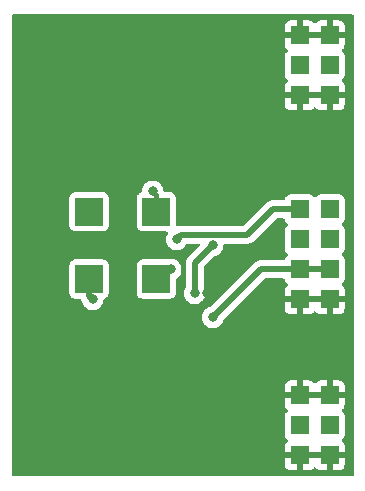
<source format=gbr>
G04 #@! TF.GenerationSoftware,KiCad,Pcbnew,(5.99.0-6591-gee6c8b60ac)*
G04 #@! TF.CreationDate,2021-02-11T11:37:18+01:00*
G04 #@! TF.ProjectId,AIRDOSC01A_PCB01B,41495244-4f53-4433-9031-415f50434230,rev?*
G04 #@! TF.SameCoordinates,Original*
G04 #@! TF.FileFunction,Copper,L1,Top*
G04 #@! TF.FilePolarity,Positive*
%FSLAX46Y46*%
G04 Gerber Fmt 4.6, Leading zero omitted, Abs format (unit mm)*
G04 Created by KiCad (PCBNEW (5.99.0-6591-gee6c8b60ac)) date 2021-02-11 11:37:18*
%MOMM*%
%LPD*%
G01*
G04 APERTURE LIST*
G04 Aperture macros list*
%AMOutline4P*
0 Free polygon, 4 corners , with rotation*
0 The origin of the aperture is its center*
0 number of corners: always 4*
0 $1 to $8 corner X, Y*
0 $9 Rotation angle, in degrees counterclockwise*
0 create outline with 4 corners*
4,1,4,$1,$2,$3,$4,$5,$6,$7,$8,$1,$2,$9*%
G04 Aperture macros list end*
G04 #@! TA.AperFunction,SMDPad,CuDef*
%ADD10Outline4P,-1.150000X-1.150000X1.150000X-1.150000X1.150000X1.150000X-1.150000X1.150000X270.000000*%
G04 #@! TD*
G04 #@! TA.AperFunction,ComponentPad*
%ADD11R,1.524000X1.524000*%
G04 #@! TD*
G04 #@! TA.AperFunction,ComponentPad*
%ADD12C,6.000000*%
G04 #@! TD*
G04 #@! TA.AperFunction,ViaPad*
%ADD13C,0.800000*%
G04 #@! TD*
G04 #@! TA.AperFunction,Conductor*
%ADD14C,0.500000*%
G04 #@! TD*
G04 #@! TA.AperFunction,Conductor*
%ADD15C,0.400000*%
G04 #@! TD*
G04 APERTURE END LIST*
D10*
X7437000Y23170000D03*
D10*
X13137000Y23170000D03*
D10*
X13137000Y17470000D03*
D10*
X7437000Y17470000D03*
D11*
X27813000Y20828000D03*
X25273000Y20828000D03*
X27813000Y18288000D03*
X25273000Y18288000D03*
X27813000Y2540000D03*
X25273000Y2540000D03*
X27813000Y15748000D03*
X25273000Y15748000D03*
X27813000Y33020000D03*
X25273000Y33020000D03*
X27813000Y35560000D03*
X25273000Y35560000D03*
X27813000Y38100000D03*
X25273000Y38100000D03*
X25273000Y5080000D03*
X27813000Y5080000D03*
X25273000Y7620000D03*
X27813000Y7620000D03*
X27813000Y23368000D03*
X25273000Y23368000D03*
D12*
X5207000Y5080000D03*
X5207000Y35560000D03*
X15367000Y5080000D03*
X15367000Y35560000D03*
D13*
X14351000Y18288000D03*
X12827000Y11684000D03*
X9271000Y33020000D03*
X10287000Y10160000D03*
X10795000Y33020000D03*
X8763000Y13208000D03*
X20955000Y38100000D03*
X28067000Y25908000D03*
X22987000Y16256000D03*
X18415000Y23368000D03*
X7239000Y30988000D03*
X10287000Y13208000D03*
X26035000Y13208000D03*
X27559000Y13208000D03*
X16383000Y23368000D03*
X17399000Y16284502D03*
X26035000Y25908000D03*
X22987000Y13208000D03*
X7239000Y29464000D03*
X22987000Y14732000D03*
X20447000Y19812000D03*
X28067000Y27432000D03*
X24511000Y13208000D03*
X7239000Y10160000D03*
X5715000Y10160000D03*
X8763000Y10160000D03*
X22987000Y38100000D03*
X26035000Y27432000D03*
X11811000Y10160000D03*
X13335000Y10160000D03*
X7239000Y27432000D03*
X11303000Y28956000D03*
X14859000Y25400000D03*
X28067000Y29464000D03*
X28067000Y30988000D03*
X26035000Y30988000D03*
X19431000Y36068000D03*
X7239000Y25908000D03*
X19431000Y34544000D03*
X19431000Y32512000D03*
X15494000Y22860000D03*
X26035000Y29464000D03*
X19939000Y23368000D03*
X8509000Y25781000D03*
X19431000Y38100000D03*
X12827000Y24892000D03*
X14859000Y20828000D03*
X7747000Y15748000D03*
X17907000Y14224000D03*
X17907000Y20320000D03*
X16383000Y16256000D03*
D14*
X13533000Y17470000D02*
X14351000Y18288000D01*
X7239000Y27432000D02*
X7239000Y25908000D01*
X19939000Y23368000D02*
X18415000Y23368000D01*
X10287000Y10160000D02*
X8763000Y10160000D01*
X19431000Y36068000D02*
X19431000Y38100000D01*
X7239000Y29464000D02*
X7239000Y30988000D01*
X19431000Y32512000D02*
X19431000Y34544000D01*
X7239000Y10160000D02*
X5715000Y10160000D01*
X22987000Y13208000D02*
X22987000Y14732000D01*
X13335000Y10160000D02*
X11811000Y10160000D01*
X27559000Y13208000D02*
X26035000Y13208000D01*
D15*
X13137000Y24582000D02*
X12827000Y24892000D01*
X13137000Y23320000D02*
X13137000Y24582000D01*
D14*
X22987000Y23368000D02*
X25273000Y23368000D01*
X14859000Y20828000D02*
X15258999Y21227999D01*
X20846999Y21227999D02*
X22987000Y23368000D01*
X15258999Y21227999D02*
X20846999Y21227999D01*
X7437000Y16058000D02*
X7747000Y15748000D01*
X7437000Y17320000D02*
X7437000Y16058000D01*
X17907000Y14224000D02*
X21971000Y18288000D01*
X25273000Y18288000D02*
X27813000Y18288000D01*
X21971000Y18288000D02*
X25273000Y18288000D01*
X13287000Y17470000D02*
X13533000Y17470000D01*
X16383000Y16256000D02*
X16383000Y18796000D01*
X16383000Y18796000D02*
X17907000Y20320000D01*
G04 #@! TA.AperFunction,Conductor*
G36*
X29787122Y39857998D02*
G01*
X29833615Y39804342D01*
X29845001Y39752000D01*
X29845000Y888000D01*
X29824998Y819879D01*
X29771342Y773386D01*
X29719000Y762000D01*
X1015000Y762000D01*
X946879Y782002D01*
X900386Y835658D01*
X889000Y888000D01*
X889000Y2272452D01*
X23998000Y2272452D01*
X23998000Y1784757D01*
X23999437Y1771395D01*
X24041962Y1575911D01*
X24050455Y1555406D01*
X24118426Y1449640D01*
X24130112Y1436153D01*
X24226840Y1352338D01*
X24241848Y1342693D01*
X24358275Y1289523D01*
X24375388Y1284498D01*
X24506554Y1265639D01*
X24515495Y1265000D01*
X25000885Y1265000D01*
X25016124Y1269475D01*
X25017329Y1270865D01*
X25019000Y1278548D01*
X25019000Y2267885D01*
X25017659Y2272452D01*
X25527000Y2272452D01*
X25527000Y1283115D01*
X25531475Y1267876D01*
X25532865Y1266671D01*
X25540548Y1265000D01*
X26028243Y1265000D01*
X26041605Y1266437D01*
X26237089Y1308962D01*
X26257594Y1317455D01*
X26363360Y1385426D01*
X26376847Y1397112D01*
X26447677Y1478855D01*
X26507403Y1517239D01*
X26578400Y1517239D01*
X26648900Y1464463D01*
X26658426Y1449640D01*
X26670112Y1436153D01*
X26766840Y1352338D01*
X26781848Y1342693D01*
X26898275Y1289523D01*
X26915388Y1284498D01*
X27046554Y1265639D01*
X27055495Y1265000D01*
X27540885Y1265000D01*
X27556124Y1269475D01*
X27557329Y1270865D01*
X27559000Y1278548D01*
X27559000Y2267885D01*
X27557659Y2272452D01*
X28067000Y2272452D01*
X28067000Y1283115D01*
X28071475Y1267876D01*
X28072865Y1266671D01*
X28080548Y1265000D01*
X28568243Y1265000D01*
X28581605Y1266437D01*
X28777089Y1308962D01*
X28797594Y1317455D01*
X28903360Y1385426D01*
X28916847Y1397112D01*
X29000662Y1493840D01*
X29010307Y1508848D01*
X29063477Y1625275D01*
X29068502Y1642388D01*
X29087361Y1773554D01*
X29088000Y1782495D01*
X29088000Y2267885D01*
X29083525Y2283124D01*
X29082135Y2284329D01*
X29074452Y2286000D01*
X28085115Y2286000D01*
X28069876Y2281525D01*
X28068671Y2280135D01*
X28067000Y2272452D01*
X27557659Y2272452D01*
X27554525Y2283124D01*
X27553135Y2284329D01*
X27545452Y2286000D01*
X25545115Y2286000D01*
X25529876Y2281525D01*
X25528671Y2280135D01*
X25527000Y2272452D01*
X25017659Y2272452D01*
X25014525Y2283124D01*
X25013135Y2284329D01*
X25005452Y2286000D01*
X24016115Y2286000D01*
X24000876Y2281525D01*
X23999671Y2280135D01*
X23998000Y2272452D01*
X889000Y2272452D01*
X889000Y7352453D01*
X23998000Y7352453D01*
X23998000Y6864757D01*
X23999437Y6851395D01*
X24041962Y6655911D01*
X24050455Y6635406D01*
X24118426Y6529640D01*
X24130112Y6516153D01*
X24211855Y6445323D01*
X24250239Y6385597D01*
X24250239Y6314600D01*
X24197463Y6244100D01*
X24175056Y6229700D01*
X24169155Y6222889D01*
X24169153Y6222888D01*
X24085338Y6126160D01*
X24085336Y6126157D01*
X24079437Y6119349D01*
X24075695Y6111155D01*
X24075693Y6111152D01*
X24071861Y6102761D01*
X24018780Y5986529D01*
X24017498Y5977612D01*
X23998950Y5848605D01*
X23998000Y5842000D01*
X23998000Y4318000D01*
X24044359Y4104892D01*
X24123300Y3982056D01*
X24130111Y3976155D01*
X24130112Y3976153D01*
X24211855Y3905323D01*
X24250239Y3845597D01*
X24250239Y3774600D01*
X24197463Y3704100D01*
X24182640Y3694574D01*
X24169153Y3682888D01*
X24085338Y3586160D01*
X24075693Y3571152D01*
X24022523Y3454725D01*
X24017498Y3437612D01*
X23998639Y3306446D01*
X23998000Y3297505D01*
X23998000Y2812115D01*
X24002475Y2796876D01*
X24003865Y2795671D01*
X24011548Y2794000D01*
X29069885Y2794000D01*
X29085124Y2798475D01*
X29086329Y2799865D01*
X29088000Y2807548D01*
X29088000Y3295243D01*
X29086563Y3308605D01*
X29044038Y3504089D01*
X29035545Y3524594D01*
X28967574Y3630360D01*
X28955888Y3643847D01*
X28874145Y3714677D01*
X28835761Y3774403D01*
X28835761Y3845400D01*
X28888537Y3915900D01*
X28903360Y3925426D01*
X28903361Y3925426D01*
X28910944Y3930300D01*
X28955791Y3982056D01*
X29000662Y4033840D01*
X29000664Y4033843D01*
X29006563Y4040651D01*
X29010305Y4048845D01*
X29010307Y4048848D01*
X29063477Y4165275D01*
X29067220Y4173471D01*
X29084021Y4290323D01*
X29087361Y4313554D01*
X29087361Y4313557D01*
X29088000Y4318000D01*
X29088000Y5842000D01*
X29041641Y6055108D01*
X28962700Y6177944D01*
X28910832Y6222888D01*
X28874145Y6254677D01*
X28835761Y6314403D01*
X28835761Y6385400D01*
X28888537Y6455900D01*
X28903360Y6465426D01*
X28916847Y6477112D01*
X29000662Y6573840D01*
X29010307Y6588848D01*
X29063477Y6705275D01*
X29068502Y6722388D01*
X29087361Y6853554D01*
X29088000Y6862495D01*
X29088000Y7347885D01*
X29083525Y7363124D01*
X29082135Y7364329D01*
X29074452Y7366000D01*
X28067002Y7366001D01*
X28066996Y7366000D01*
X26583003Y7366001D01*
X26582997Y7366000D01*
X25527002Y7366001D01*
X25526996Y7366000D01*
X24016115Y7366001D01*
X24000876Y7361526D01*
X23999671Y7360136D01*
X23998000Y7352453D01*
X889000Y7352453D01*
X889000Y8377505D01*
X23998000Y8377505D01*
X23998000Y7892115D01*
X24002475Y7876876D01*
X24003865Y7875671D01*
X24011548Y7874000D01*
X25000885Y7873999D01*
X25016124Y7878474D01*
X25017329Y7879864D01*
X25019000Y7887547D01*
X25019000Y7892115D01*
X25526999Y7892115D01*
X25531474Y7876876D01*
X25532864Y7875671D01*
X25540547Y7874000D01*
X26502997Y7873999D01*
X26503003Y7874000D01*
X27540885Y7873999D01*
X27556124Y7878474D01*
X27557329Y7879864D01*
X27559000Y7887547D01*
X27559000Y7892115D01*
X28066999Y7892115D01*
X28071474Y7876876D01*
X28072864Y7875671D01*
X28080547Y7874000D01*
X29069885Y7873999D01*
X29085124Y7878474D01*
X29086329Y7879864D01*
X29088000Y7887547D01*
X29088000Y8375243D01*
X29086563Y8388605D01*
X29044038Y8584089D01*
X29035545Y8604594D01*
X28967574Y8710360D01*
X28955888Y8723847D01*
X28859160Y8807662D01*
X28844152Y8817307D01*
X28727725Y8870477D01*
X28710612Y8875502D01*
X28579446Y8894361D01*
X28570505Y8895000D01*
X28085115Y8895000D01*
X28069876Y8890525D01*
X28068671Y8889135D01*
X28067000Y8881452D01*
X28066999Y7892115D01*
X27559000Y7892115D01*
X27559001Y8876885D01*
X27554526Y8892124D01*
X27553136Y8893329D01*
X27545453Y8895000D01*
X27057757Y8895000D01*
X27044395Y8893563D01*
X26848911Y8851038D01*
X26828406Y8842545D01*
X26722640Y8774574D01*
X26709153Y8762888D01*
X26638323Y8681145D01*
X26578597Y8642761D01*
X26507600Y8642761D01*
X26437100Y8695537D01*
X26427574Y8710360D01*
X26415888Y8723847D01*
X26319160Y8807662D01*
X26304152Y8817307D01*
X26187725Y8870477D01*
X26170612Y8875502D01*
X26039446Y8894361D01*
X26030505Y8895000D01*
X25545115Y8895000D01*
X25529876Y8890525D01*
X25528671Y8889135D01*
X25527000Y8881452D01*
X25526999Y7892115D01*
X25019000Y7892115D01*
X25019001Y8876885D01*
X25014526Y8892124D01*
X25013136Y8893329D01*
X25005453Y8895000D01*
X24517757Y8895000D01*
X24504395Y8893563D01*
X24308911Y8851038D01*
X24288406Y8842545D01*
X24182640Y8774574D01*
X24169153Y8762888D01*
X24085338Y8666160D01*
X24075693Y8651152D01*
X24022523Y8534725D01*
X24017498Y8517612D01*
X23998639Y8386446D01*
X23998000Y8377505D01*
X889000Y8377505D01*
X889000Y18620000D01*
X5774000Y18620000D01*
X5774000Y16320000D01*
X5820359Y16106892D01*
X5826455Y16097407D01*
X5826455Y16097406D01*
X5883999Y16007865D01*
X5899300Y15984056D01*
X5906111Y15978155D01*
X5906112Y15978153D01*
X6002840Y15894338D01*
X6002843Y15894336D01*
X6009651Y15888437D01*
X6017845Y15884695D01*
X6017848Y15884693D01*
X6106722Y15844106D01*
X6142471Y15827780D01*
X6151388Y15826498D01*
X6282554Y15807639D01*
X6282557Y15807639D01*
X6287000Y15807000D01*
X6632242Y15807000D01*
X6700363Y15786998D01*
X6741559Y15739497D01*
X6742762Y15740228D01*
X6743248Y15739428D01*
X6745259Y15735231D01*
X6746809Y15733444D01*
X6749097Y15728446D01*
X6751817Y15723015D01*
X6754314Y15716136D01*
X6758326Y15710017D01*
X6794322Y15655114D01*
X6796663Y15651405D01*
X6834535Y15588994D01*
X6837984Y15585089D01*
X6856235Y15549540D01*
X6912476Y15376446D01*
X6915779Y15370724D01*
X6915780Y15370723D01*
X6929186Y15347504D01*
X7007963Y15211058D01*
X7012381Y15206151D01*
X7012382Y15206150D01*
X7114452Y15092790D01*
X7135749Y15069137D01*
X7141091Y15065256D01*
X7141093Y15065254D01*
X7243991Y14990495D01*
X7290250Y14956886D01*
X7296278Y14954202D01*
X7296280Y14954201D01*
X7458682Y14881895D01*
X7464713Y14879210D01*
X7558113Y14859357D01*
X7645056Y14840876D01*
X7645061Y14840876D01*
X7651513Y14839504D01*
X7842487Y14839504D01*
X7848939Y14840876D01*
X7848944Y14840876D01*
X7935887Y14859357D01*
X8029287Y14879210D01*
X8035318Y14881895D01*
X8197720Y14954201D01*
X8197722Y14954202D01*
X8203750Y14956886D01*
X8250009Y14990495D01*
X8352907Y15065254D01*
X8352909Y15065256D01*
X8358251Y15069137D01*
X8379548Y15092790D01*
X8481618Y15206150D01*
X8481619Y15206151D01*
X8486037Y15211058D01*
X8564814Y15347504D01*
X8578220Y15370723D01*
X8578221Y15370724D01*
X8581524Y15376446D01*
X8613834Y15475885D01*
X8638498Y15551794D01*
X8638498Y15551795D01*
X8640538Y15558073D01*
X8643399Y15585289D01*
X8659045Y15734156D01*
X8686058Y15799812D01*
X8757572Y15844106D01*
X8800108Y15853359D01*
X8863874Y15894338D01*
X8915360Y15927426D01*
X8915361Y15927426D01*
X8922944Y15932300D01*
X8967791Y15984056D01*
X9012662Y16035840D01*
X9012664Y16035843D01*
X9018563Y16042651D01*
X9022305Y16050845D01*
X9022307Y16050848D01*
X9075477Y16167275D01*
X9079220Y16175471D01*
X9091742Y16262565D01*
X9099361Y16315554D01*
X9099361Y16315557D01*
X9100000Y16320000D01*
X9100000Y18620000D01*
X11474000Y18620000D01*
X11474000Y16320000D01*
X11520359Y16106892D01*
X11526455Y16097407D01*
X11526455Y16097406D01*
X11583999Y16007865D01*
X11599300Y15984056D01*
X11606111Y15978155D01*
X11606112Y15978153D01*
X11702840Y15894338D01*
X11702843Y15894336D01*
X11709651Y15888437D01*
X11717845Y15884695D01*
X11717848Y15884693D01*
X11806722Y15844106D01*
X11842471Y15827780D01*
X11851388Y15826498D01*
X11982554Y15807639D01*
X11982557Y15807639D01*
X11987000Y15807000D01*
X14287000Y15807000D01*
X14500108Y15853359D01*
X14563874Y15894338D01*
X14615360Y15927426D01*
X14615361Y15927426D01*
X14622944Y15932300D01*
X14667791Y15984056D01*
X14712662Y16035840D01*
X14712664Y16035843D01*
X14718563Y16042651D01*
X14722305Y16050845D01*
X14722307Y16050848D01*
X14775477Y16167275D01*
X14779220Y16175471D01*
X14791742Y16262565D01*
X14799361Y16315554D01*
X14799361Y16315557D01*
X14800000Y16320000D01*
X14800000Y17427055D01*
X14820002Y17495176D01*
X14851939Y17528991D01*
X14956907Y17605254D01*
X14956909Y17605256D01*
X14962251Y17609137D01*
X15090037Y17751058D01*
X15185524Y17916446D01*
X15244538Y18098073D01*
X15264500Y18288000D01*
X15244538Y18477927D01*
X15185524Y18659554D01*
X15090037Y18824942D01*
X15061575Y18856553D01*
X14966673Y18961952D01*
X14966672Y18961953D01*
X14962251Y18966863D01*
X14956909Y18970744D01*
X14956907Y18970746D01*
X14813092Y19075233D01*
X14813091Y19075234D01*
X14807750Y19079114D01*
X14801722Y19081798D01*
X14801720Y19081799D01*
X14639318Y19154105D01*
X14639317Y19154105D01*
X14633287Y19156790D01*
X14539887Y19176643D01*
X14452944Y19195124D01*
X14452939Y19195124D01*
X14446487Y19196496D01*
X14255513Y19196496D01*
X14249061Y19195124D01*
X14249056Y19195124D01*
X14162113Y19176643D01*
X14068713Y19156790D01*
X14062684Y19154105D01*
X14062682Y19154105D01*
X14039746Y19143893D01*
X13988497Y19133000D01*
X11987000Y19133000D01*
X11773892Y19086641D01*
X11764407Y19080545D01*
X11764406Y19080545D01*
X11658640Y19012574D01*
X11651056Y19007700D01*
X11645155Y19000889D01*
X11645153Y19000888D01*
X11561338Y18904160D01*
X11561336Y18904157D01*
X11555437Y18897349D01*
X11551695Y18889155D01*
X11551693Y18889152D01*
X11519758Y18819224D01*
X11494780Y18764529D01*
X11493498Y18755612D01*
X11474950Y18626605D01*
X11474000Y18620000D01*
X9100000Y18620000D01*
X9053641Y18833108D01*
X9027535Y18873731D01*
X8979574Y18948360D01*
X8979574Y18948361D01*
X8974700Y18955944D01*
X8967888Y18961847D01*
X8871160Y19045662D01*
X8871157Y19045664D01*
X8864349Y19051563D01*
X8856155Y19055305D01*
X8856152Y19055307D01*
X8739725Y19108477D01*
X8731529Y19112220D01*
X8694864Y19117492D01*
X8591446Y19132361D01*
X8591443Y19132361D01*
X8587000Y19133000D01*
X6287000Y19133000D01*
X6073892Y19086641D01*
X6064407Y19080545D01*
X6064406Y19080545D01*
X5958640Y19012574D01*
X5951056Y19007700D01*
X5945155Y19000889D01*
X5945153Y19000888D01*
X5861338Y18904160D01*
X5861336Y18904157D01*
X5855437Y18897349D01*
X5851695Y18889155D01*
X5851693Y18889152D01*
X5819758Y18819224D01*
X5794780Y18764529D01*
X5793498Y18755612D01*
X5774950Y18626605D01*
X5774000Y18620000D01*
X889000Y18620000D01*
X889000Y24320000D01*
X5774000Y24320000D01*
X5774000Y22020000D01*
X5820359Y21806892D01*
X5826455Y21797407D01*
X5826455Y21797406D01*
X5856376Y21750848D01*
X5899300Y21684056D01*
X5906111Y21678155D01*
X5906112Y21678153D01*
X6002840Y21594338D01*
X6002843Y21594336D01*
X6009651Y21588437D01*
X6017845Y21584695D01*
X6017848Y21584693D01*
X6133498Y21531878D01*
X6142471Y21527780D01*
X6151388Y21526498D01*
X6282554Y21507639D01*
X6282557Y21507639D01*
X6287000Y21507000D01*
X8587000Y21507000D01*
X8800108Y21553359D01*
X8863874Y21594338D01*
X8915360Y21627426D01*
X8915361Y21627426D01*
X8922944Y21632300D01*
X8967791Y21684056D01*
X9012662Y21735840D01*
X9012664Y21735843D01*
X9018563Y21742651D01*
X9022305Y21750845D01*
X9022307Y21750848D01*
X9075477Y21867275D01*
X9079220Y21875471D01*
X9094625Y21982615D01*
X9099361Y22015554D01*
X9099361Y22015557D01*
X9100000Y22020000D01*
X9100000Y24320000D01*
X11474000Y24320000D01*
X11474000Y22020000D01*
X11520359Y21806892D01*
X11526455Y21797407D01*
X11526455Y21797406D01*
X11556376Y21750848D01*
X11599300Y21684056D01*
X11606111Y21678155D01*
X11606112Y21678153D01*
X11702840Y21594338D01*
X11702843Y21594336D01*
X11709651Y21588437D01*
X11717845Y21584695D01*
X11717848Y21584693D01*
X11833498Y21531878D01*
X11842471Y21527780D01*
X11851388Y21526498D01*
X11982554Y21507639D01*
X11982557Y21507639D01*
X11987000Y21507000D01*
X13983742Y21507000D01*
X14051863Y21486998D01*
X14098356Y21433342D01*
X14108460Y21363068D01*
X14092861Y21318000D01*
X14024476Y21199554D01*
X13965462Y21017927D01*
X13945500Y20828000D01*
X13946190Y20821435D01*
X13964463Y20647582D01*
X13965462Y20638073D01*
X14024476Y20456446D01*
X14119963Y20291058D01*
X14247749Y20149137D01*
X14253091Y20145256D01*
X14253093Y20145254D01*
X14355991Y20070495D01*
X14402250Y20036886D01*
X14408278Y20034202D01*
X14408280Y20034201D01*
X14570682Y19961895D01*
X14576713Y19959210D01*
X14670113Y19939357D01*
X14757056Y19920876D01*
X14757061Y19920876D01*
X14763513Y19919504D01*
X14954487Y19919504D01*
X14960939Y19920876D01*
X14960944Y19920876D01*
X15047887Y19939357D01*
X15141287Y19959210D01*
X15147318Y19961895D01*
X15309720Y20034201D01*
X15309722Y20034202D01*
X15315750Y20036886D01*
X15362009Y20070495D01*
X15464907Y20145254D01*
X15464909Y20145256D01*
X15470251Y20149137D01*
X15598037Y20291058D01*
X15664687Y20406499D01*
X15716070Y20455492D01*
X15773806Y20469499D01*
X16679628Y20469499D01*
X16747749Y20449497D01*
X16794242Y20395841D01*
X16804346Y20325567D01*
X16768725Y20254406D01*
X15893317Y19378997D01*
X15878912Y19366618D01*
X15862295Y19354389D01*
X15857552Y19348806D01*
X15829383Y19315649D01*
X15822453Y19308133D01*
X15816335Y19302015D01*
X15797830Y19278624D01*
X15795085Y19275276D01*
X15747804Y19219624D01*
X15744476Y19213105D01*
X15741128Y19208086D01*
X15737950Y19202940D01*
X15733406Y19197197D01*
X15702731Y19131563D01*
X15702503Y19131076D01*
X15700591Y19127164D01*
X15667386Y19062135D01*
X15665646Y19055024D01*
X15663539Y19049359D01*
X15661632Y19043627D01*
X15658534Y19036998D01*
X15657045Y19029838D01*
X15657044Y19029836D01*
X15643667Y18965523D01*
X15642697Y18961239D01*
X15625356Y18890370D01*
X15625008Y18884768D01*
X15625008Y18884765D01*
X15624589Y18878005D01*
X15624332Y18874603D01*
X15624014Y18871037D01*
X15622523Y18863870D01*
X15622721Y18856553D01*
X15624455Y18792470D01*
X15624501Y18789062D01*
X15624500Y16792993D01*
X15607619Y16729993D01*
X15548476Y16627554D01*
X15489462Y16445927D01*
X15469500Y16256000D01*
X15489462Y16066073D01*
X15491502Y16059795D01*
X15491502Y16059794D01*
X15513647Y15991640D01*
X15548476Y15884446D01*
X15551779Y15878724D01*
X15551780Y15878723D01*
X15566424Y15853359D01*
X15643963Y15719058D01*
X15648381Y15714151D01*
X15648382Y15714150D01*
X15761073Y15588994D01*
X15771749Y15577137D01*
X15777091Y15573256D01*
X15777093Y15573254D01*
X15890136Y15491124D01*
X15926250Y15464886D01*
X15932278Y15462202D01*
X15932280Y15462201D01*
X16094682Y15389895D01*
X16100713Y15387210D01*
X16194113Y15367357D01*
X16281056Y15348876D01*
X16281061Y15348876D01*
X16287513Y15347504D01*
X16478487Y15347504D01*
X16484939Y15348876D01*
X16484944Y15348876D01*
X16571887Y15367357D01*
X16665287Y15387210D01*
X16671318Y15389895D01*
X16833720Y15462201D01*
X16833722Y15462202D01*
X16839750Y15464886D01*
X16875864Y15491124D01*
X16988907Y15573254D01*
X16988909Y15573256D01*
X16994251Y15577137D01*
X17004927Y15588994D01*
X17117618Y15714150D01*
X17117619Y15714151D01*
X17122037Y15719058D01*
X17199576Y15853359D01*
X17214220Y15878723D01*
X17214221Y15878724D01*
X17217524Y15884446D01*
X17252353Y15991640D01*
X17274498Y16059794D01*
X17274498Y16059795D01*
X17276538Y16066073D01*
X17296500Y16256000D01*
X17276538Y16445927D01*
X17217524Y16627554D01*
X17158381Y16729993D01*
X17141500Y16792992D01*
X17141500Y18429629D01*
X17178405Y18518725D01*
X17615625Y18955944D01*
X18063338Y19403657D01*
X18126236Y19437808D01*
X18189287Y19451210D01*
X18195318Y19453895D01*
X18357720Y19526201D01*
X18357722Y19526202D01*
X18363750Y19528886D01*
X18402417Y19556979D01*
X18512907Y19637254D01*
X18512909Y19637256D01*
X18518251Y19641137D01*
X18646037Y19783058D01*
X18724814Y19919504D01*
X18738220Y19942723D01*
X18738221Y19942724D01*
X18741524Y19948446D01*
X18778275Y20061554D01*
X18798498Y20123794D01*
X18798498Y20123795D01*
X18800538Y20130073D01*
X18820500Y20320000D01*
X18819415Y20330323D01*
X18819810Y20332483D01*
X18819810Y20333171D01*
X18819936Y20333171D01*
X18832184Y20400162D01*
X18880683Y20452011D01*
X18944724Y20469499D01*
X20781013Y20469499D01*
X20799964Y20468066D01*
X20813121Y20466064D01*
X20813124Y20466064D01*
X20820354Y20464964D01*
X20827646Y20465557D01*
X20827649Y20465557D01*
X20871006Y20469084D01*
X20881221Y20469499D01*
X20889885Y20469499D01*
X20893519Y20469923D01*
X20893525Y20469923D01*
X20903466Y20471082D01*
X20919514Y20472953D01*
X20923841Y20473381D01*
X20953195Y20475769D01*
X20989306Y20478706D01*
X20989310Y20478707D01*
X20996603Y20479300D01*
X21003562Y20481554D01*
X21009482Y20482737D01*
X21015372Y20484129D01*
X21022642Y20484977D01*
X21029522Y20487474D01*
X21029525Y20487475D01*
X21064959Y20500337D01*
X21091263Y20509885D01*
X21095409Y20511308D01*
X21157866Y20531541D01*
X21157868Y20531542D01*
X21164829Y20533797D01*
X21171086Y20537594D01*
X21176561Y20540101D01*
X21181975Y20542812D01*
X21188863Y20545312D01*
X21249917Y20585341D01*
X21253626Y20587681D01*
X21311210Y20622624D01*
X21311212Y20622626D01*
X21316005Y20625534D01*
X21320208Y20629246D01*
X21320212Y20629249D01*
X21325291Y20633734D01*
X21327871Y20635952D01*
X21330626Y20638255D01*
X21336746Y20642268D01*
X21385894Y20694150D01*
X21388271Y20696591D01*
X23264276Y22572595D01*
X23353371Y22609500D01*
X23895702Y22609500D01*
X23963823Y22589498D01*
X24018822Y22510283D01*
X24044359Y22392892D01*
X24123300Y22270056D01*
X24130111Y22264155D01*
X24130112Y22264153D01*
X24211855Y22193323D01*
X24250239Y22133597D01*
X24250239Y22062600D01*
X24197463Y21992100D01*
X24175056Y21977700D01*
X24169155Y21970889D01*
X24169153Y21970888D01*
X24085338Y21874160D01*
X24085336Y21874157D01*
X24079437Y21867349D01*
X24075695Y21859155D01*
X24075693Y21859152D01*
X24056859Y21817911D01*
X24018780Y21734529D01*
X24017498Y21725612D01*
X23998950Y21596605D01*
X23998000Y21590000D01*
X23998000Y20066000D01*
X24044359Y19852892D01*
X24123300Y19730056D01*
X24130111Y19724155D01*
X24130112Y19724153D01*
X24211855Y19653323D01*
X24250239Y19593597D01*
X24250239Y19522600D01*
X24197463Y19452100D01*
X24175056Y19437700D01*
X24169155Y19430889D01*
X24169153Y19430888D01*
X24085338Y19334160D01*
X24085336Y19334157D01*
X24079437Y19327349D01*
X24075695Y19319155D01*
X24075693Y19319152D01*
X24024971Y19208086D01*
X24018780Y19194529D01*
X24017498Y19185611D01*
X24013035Y19154570D01*
X23983543Y19089989D01*
X23923817Y19051604D01*
X23888317Y19046500D01*
X22036986Y19046500D01*
X22018035Y19047933D01*
X22004878Y19049935D01*
X22004875Y19049935D01*
X21997645Y19051035D01*
X21990353Y19050442D01*
X21990350Y19050442D01*
X21946993Y19046915D01*
X21936778Y19046500D01*
X21928114Y19046500D01*
X21924478Y19046076D01*
X21924476Y19046076D01*
X21920926Y19045662D01*
X21898480Y19043045D01*
X21894160Y19042618D01*
X21865181Y19040261D01*
X21828692Y19037293D01*
X21828688Y19037292D01*
X21821395Y19036699D01*
X21814434Y19034444D01*
X21808503Y19033259D01*
X21802627Y19031870D01*
X21795357Y19031022D01*
X21726722Y19006109D01*
X21722618Y19004701D01*
X21710850Y19000888D01*
X21660134Y18984459D01*
X21660129Y18984457D01*
X21653169Y18982202D01*
X21646911Y18978404D01*
X21641437Y18975898D01*
X21636020Y18973186D01*
X21629136Y18970687D01*
X21623015Y18966674D01*
X21623013Y18966673D01*
X21568089Y18930664D01*
X21564372Y18928319D01*
X21506788Y18893375D01*
X21501993Y18890465D01*
X21497790Y18886753D01*
X21492690Y18882249D01*
X21490108Y18880031D01*
X21487369Y18877741D01*
X21481253Y18873731D01*
X21476223Y18868421D01*
X21432123Y18821868D01*
X21429745Y18819426D01*
X17750664Y15140344D01*
X17687766Y15106192D01*
X17667656Y15101918D01*
X17631171Y15094163D01*
X17631168Y15094162D01*
X17624713Y15092790D01*
X17618683Y15090105D01*
X17618682Y15090105D01*
X17456280Y15017799D01*
X17456278Y15017798D01*
X17450250Y15015114D01*
X17444909Y15011234D01*
X17444908Y15011233D01*
X17301093Y14906746D01*
X17301091Y14906744D01*
X17295749Y14902863D01*
X17167963Y14760942D01*
X17072476Y14595554D01*
X17070434Y14589269D01*
X17032864Y14473639D01*
X17013462Y14413927D01*
X16993500Y14224000D01*
X17013462Y14034073D01*
X17072476Y13852446D01*
X17167963Y13687058D01*
X17295749Y13545137D01*
X17301091Y13541256D01*
X17301093Y13541254D01*
X17444908Y13436767D01*
X17450250Y13432886D01*
X17456278Y13430202D01*
X17456280Y13430201D01*
X17618682Y13357895D01*
X17624713Y13355210D01*
X17718113Y13335357D01*
X17805056Y13316876D01*
X17805061Y13316876D01*
X17811513Y13315504D01*
X18002487Y13315504D01*
X18008939Y13316876D01*
X18008944Y13316876D01*
X18095887Y13335357D01*
X18189287Y13355210D01*
X18195318Y13357895D01*
X18357720Y13430201D01*
X18357722Y13430202D01*
X18363750Y13432886D01*
X18369092Y13436767D01*
X18512907Y13541254D01*
X18512909Y13541256D01*
X18518251Y13545137D01*
X18646037Y13687058D01*
X18741524Y13852446D01*
X18796382Y14021281D01*
X18827119Y14071439D01*
X20236132Y15480452D01*
X23998000Y15480452D01*
X23998000Y14992757D01*
X23999437Y14979395D01*
X24041962Y14783911D01*
X24050455Y14763406D01*
X24118426Y14657640D01*
X24130112Y14644153D01*
X24226840Y14560338D01*
X24241848Y14550693D01*
X24358275Y14497523D01*
X24375388Y14492498D01*
X24506554Y14473639D01*
X24515495Y14473000D01*
X25000885Y14473000D01*
X25016124Y14477475D01*
X25017329Y14478865D01*
X25019000Y14486548D01*
X25019000Y15475885D01*
X25017659Y15480452D01*
X25527000Y15480452D01*
X25527000Y14491115D01*
X25531475Y14475876D01*
X25532865Y14474671D01*
X25540548Y14473000D01*
X26028243Y14473000D01*
X26041605Y14474437D01*
X26237089Y14516962D01*
X26257594Y14525455D01*
X26363360Y14593426D01*
X26376847Y14605112D01*
X26447677Y14686855D01*
X26507403Y14725239D01*
X26578400Y14725239D01*
X26648900Y14672463D01*
X26658426Y14657640D01*
X26670112Y14644153D01*
X26766840Y14560338D01*
X26781848Y14550693D01*
X26898275Y14497523D01*
X26915388Y14492498D01*
X27046554Y14473639D01*
X27055495Y14473000D01*
X27540885Y14473000D01*
X27556124Y14477475D01*
X27557329Y14478865D01*
X27559000Y14486548D01*
X27559000Y15475885D01*
X27557659Y15480452D01*
X28067000Y15480452D01*
X28067000Y14491115D01*
X28071475Y14475876D01*
X28072865Y14474671D01*
X28080548Y14473000D01*
X28568243Y14473000D01*
X28581605Y14474437D01*
X28777089Y14516962D01*
X28797594Y14525455D01*
X28903360Y14593426D01*
X28916847Y14605112D01*
X29000662Y14701840D01*
X29010307Y14716848D01*
X29063477Y14833275D01*
X29068502Y14850388D01*
X29087361Y14981554D01*
X29088000Y14990495D01*
X29088000Y15475885D01*
X29083525Y15491124D01*
X29082135Y15492329D01*
X29074452Y15494000D01*
X28085115Y15494000D01*
X28069876Y15489525D01*
X28068671Y15488135D01*
X28067000Y15480452D01*
X27557659Y15480452D01*
X27554525Y15491124D01*
X27553135Y15492329D01*
X27545452Y15494000D01*
X25545115Y15494000D01*
X25529876Y15489525D01*
X25528671Y15488135D01*
X25527000Y15480452D01*
X25017659Y15480452D01*
X25014525Y15491124D01*
X25013135Y15492329D01*
X25005452Y15494000D01*
X24016115Y15494000D01*
X24000876Y15489525D01*
X23999671Y15488135D01*
X23998000Y15480452D01*
X20236132Y15480452D01*
X22248276Y17492595D01*
X22337371Y17529500D01*
X23895702Y17529500D01*
X23963823Y17509498D01*
X24018822Y17430283D01*
X24044359Y17312892D01*
X24123300Y17190056D01*
X24130111Y17184155D01*
X24130112Y17184153D01*
X24211855Y17113323D01*
X24250239Y17053597D01*
X24250239Y16982600D01*
X24197463Y16912100D01*
X24182640Y16902574D01*
X24169153Y16890888D01*
X24085338Y16794160D01*
X24075693Y16779152D01*
X24022523Y16662725D01*
X24017498Y16645612D01*
X23998639Y16514446D01*
X23998000Y16505505D01*
X23998000Y16020115D01*
X24002475Y16004876D01*
X24003865Y16003671D01*
X24011548Y16002000D01*
X29069885Y16002000D01*
X29085124Y16006475D01*
X29086329Y16007865D01*
X29088000Y16015548D01*
X29088000Y16503243D01*
X29086563Y16516605D01*
X29044038Y16712089D01*
X29035545Y16732594D01*
X28967574Y16838360D01*
X28955888Y16851847D01*
X28874145Y16922677D01*
X28835761Y16982403D01*
X28835761Y17053400D01*
X28888537Y17123900D01*
X28903360Y17133426D01*
X28903361Y17133426D01*
X28910944Y17138300D01*
X28955791Y17190056D01*
X29000662Y17241840D01*
X29000664Y17241843D01*
X29006563Y17248651D01*
X29010305Y17256845D01*
X29010307Y17256848D01*
X29063477Y17373275D01*
X29067220Y17381471D01*
X29084021Y17498323D01*
X29087361Y17521554D01*
X29087361Y17521557D01*
X29088000Y17526000D01*
X29088000Y19050000D01*
X29041641Y19263108D01*
X29033841Y19275246D01*
X28967574Y19378360D01*
X28967574Y19378361D01*
X28962700Y19385944D01*
X28910832Y19430888D01*
X28874145Y19462677D01*
X28835761Y19522403D01*
X28835761Y19593400D01*
X28888537Y19663900D01*
X28903360Y19673426D01*
X28903361Y19673426D01*
X28910944Y19678300D01*
X28955791Y19730056D01*
X29000662Y19781840D01*
X29000664Y19781843D01*
X29006563Y19788651D01*
X29010305Y19796845D01*
X29010307Y19796848D01*
X29063477Y19913275D01*
X29067220Y19921471D01*
X29084372Y20040767D01*
X29087361Y20061554D01*
X29087361Y20061557D01*
X29088000Y20066000D01*
X29088000Y21590000D01*
X29041641Y21803108D01*
X29031392Y21819057D01*
X28967574Y21918360D01*
X28967574Y21918361D01*
X28962700Y21925944D01*
X28910832Y21970888D01*
X28874145Y22002677D01*
X28835761Y22062403D01*
X28835761Y22133400D01*
X28888537Y22203900D01*
X28903360Y22213426D01*
X28903361Y22213426D01*
X28910944Y22218300D01*
X28955791Y22270056D01*
X29000662Y22321840D01*
X29000664Y22321843D01*
X29006563Y22328651D01*
X29010305Y22336845D01*
X29010307Y22336848D01*
X29063477Y22453275D01*
X29067220Y22461471D01*
X29084021Y22578323D01*
X29087361Y22601554D01*
X29087361Y22601557D01*
X29088000Y22606000D01*
X29088000Y24130000D01*
X29041641Y24343108D01*
X28962700Y24465944D01*
X28955888Y24471847D01*
X28859160Y24555662D01*
X28859157Y24555664D01*
X28852349Y24561563D01*
X28844155Y24565305D01*
X28844152Y24565307D01*
X28727725Y24618477D01*
X28719529Y24622220D01*
X28682864Y24627492D01*
X28579446Y24642361D01*
X28579443Y24642361D01*
X28575000Y24643000D01*
X27051000Y24643000D01*
X26837892Y24596641D01*
X26828407Y24590545D01*
X26828406Y24590545D01*
X26722640Y24522574D01*
X26715056Y24517700D01*
X26709155Y24510889D01*
X26709153Y24510888D01*
X26638323Y24429145D01*
X26578597Y24390761D01*
X26507600Y24390761D01*
X26437100Y24443537D01*
X26427574Y24458360D01*
X26427574Y24458361D01*
X26422700Y24465944D01*
X26415888Y24471847D01*
X26319160Y24555662D01*
X26319157Y24555664D01*
X26312349Y24561563D01*
X26304155Y24565305D01*
X26304152Y24565307D01*
X26187725Y24618477D01*
X26179529Y24622220D01*
X26142864Y24627492D01*
X26039446Y24642361D01*
X26039443Y24642361D01*
X26035000Y24643000D01*
X24511000Y24643000D01*
X24297892Y24596641D01*
X24288407Y24590545D01*
X24288406Y24590545D01*
X24182640Y24522574D01*
X24175056Y24517700D01*
X24169155Y24510889D01*
X24169153Y24510888D01*
X24085338Y24414160D01*
X24085336Y24414157D01*
X24079437Y24407349D01*
X24075695Y24399155D01*
X24075693Y24399152D01*
X24071861Y24390761D01*
X24018780Y24274529D01*
X24017498Y24265611D01*
X24013035Y24234570D01*
X23983543Y24169989D01*
X23923817Y24131604D01*
X23888317Y24126500D01*
X23052986Y24126500D01*
X23034035Y24127933D01*
X23020878Y24129935D01*
X23020875Y24129935D01*
X23013645Y24131035D01*
X23006353Y24130442D01*
X23006350Y24130442D01*
X22962992Y24126915D01*
X22952777Y24126500D01*
X22944114Y24126500D01*
X22930451Y24124907D01*
X22914511Y24123049D01*
X22910136Y24122616D01*
X22895235Y24121404D01*
X22837394Y24116699D01*
X22830430Y24114443D01*
X22824513Y24113261D01*
X22818628Y24111870D01*
X22811357Y24111022D01*
X22742724Y24086110D01*
X22738606Y24084696D01*
X22676127Y24064456D01*
X22676121Y24064453D01*
X22669169Y24062201D01*
X22662919Y24058409D01*
X22657416Y24055889D01*
X22652016Y24053184D01*
X22645136Y24050687D01*
X22639014Y24046673D01*
X22584097Y24010668D01*
X22580377Y24008321D01*
X22522788Y23973375D01*
X22522786Y23973373D01*
X22517993Y23970465D01*
X22513794Y23966756D01*
X22513792Y23966755D01*
X22508690Y23962249D01*
X22506108Y23960031D01*
X22503369Y23957741D01*
X22497253Y23953731D01*
X22492223Y23948421D01*
X22448123Y23901868D01*
X22445745Y23899426D01*
X20569724Y22023404D01*
X20480629Y21986499D01*
X15324985Y21986499D01*
X15306034Y21987932D01*
X15292877Y21989934D01*
X15292874Y21989934D01*
X15285644Y21991034D01*
X15278352Y21990441D01*
X15278349Y21990441D01*
X15234992Y21986914D01*
X15224777Y21986499D01*
X15216113Y21986499D01*
X15212477Y21986075D01*
X15212475Y21986075D01*
X15208767Y21985643D01*
X15186479Y21983044D01*
X15182159Y21982617D01*
X15153180Y21980260D01*
X15116691Y21977292D01*
X15116687Y21977291D01*
X15109394Y21976698D01*
X15102433Y21974443D01*
X15096502Y21973258D01*
X15090626Y21971869D01*
X15083356Y21971021D01*
X15014721Y21946108D01*
X15010617Y21944700D01*
X14989010Y21937700D01*
X14964831Y21929867D01*
X14893861Y21927902D01*
X14833096Y21964618D01*
X14800000Y22049734D01*
X14800000Y24320000D01*
X14753641Y24533108D01*
X14674700Y24655944D01*
X14667888Y24661847D01*
X14571160Y24745662D01*
X14571157Y24745664D01*
X14564349Y24751563D01*
X14556155Y24755305D01*
X14556152Y24755307D01*
X14439725Y24808477D01*
X14431529Y24812220D01*
X14386550Y24818687D01*
X14291446Y24832361D01*
X14291443Y24832361D01*
X14287000Y24833000D01*
X13886178Y24833000D01*
X13818057Y24853002D01*
X13774516Y24900625D01*
X13771993Y24905451D01*
X13769306Y24912562D01*
X13765000Y24918827D01*
X13763749Y24921220D01*
X13755566Y24935921D01*
X13754195Y24938240D01*
X13751139Y24945201D01*
X13746513Y24951230D01*
X13745615Y24952748D01*
X13728758Y25003718D01*
X13721228Y25075364D01*
X13721228Y25075366D01*
X13720538Y25081927D01*
X13661524Y25263554D01*
X13566037Y25428942D01*
X13438251Y25570863D01*
X13432909Y25574744D01*
X13432907Y25574746D01*
X13289092Y25679233D01*
X13289091Y25679234D01*
X13283750Y25683114D01*
X13277722Y25685798D01*
X13277720Y25685799D01*
X13115318Y25758105D01*
X13115317Y25758105D01*
X13109287Y25760790D01*
X13015887Y25780643D01*
X12928944Y25799124D01*
X12928939Y25799124D01*
X12922487Y25800496D01*
X12731513Y25800496D01*
X12725061Y25799124D01*
X12725056Y25799124D01*
X12638113Y25780643D01*
X12544713Y25760790D01*
X12538683Y25758105D01*
X12538682Y25758105D01*
X12376280Y25685799D01*
X12376278Y25685798D01*
X12370250Y25683114D01*
X12364909Y25679234D01*
X12364908Y25679233D01*
X12221093Y25574746D01*
X12221091Y25574744D01*
X12215749Y25570863D01*
X12087963Y25428942D01*
X11992476Y25263554D01*
X11933462Y25081927D01*
X11932772Y25075364D01*
X11932772Y25075363D01*
X11914955Y24905844D01*
X11887942Y24840188D01*
X11816428Y24795894D01*
X11773892Y24786641D01*
X11764407Y24780545D01*
X11764406Y24780545D01*
X11658640Y24712574D01*
X11651056Y24707700D01*
X11645155Y24700889D01*
X11645153Y24700888D01*
X11561338Y24604160D01*
X11561336Y24604157D01*
X11555437Y24597349D01*
X11551695Y24589155D01*
X11551693Y24589152D01*
X11539094Y24561563D01*
X11494780Y24464529D01*
X11493498Y24455612D01*
X11474950Y24326605D01*
X11474000Y24320000D01*
X9100000Y24320000D01*
X9053641Y24533108D01*
X8974700Y24655944D01*
X8967888Y24661847D01*
X8871160Y24745662D01*
X8871157Y24745664D01*
X8864349Y24751563D01*
X8856155Y24755305D01*
X8856152Y24755307D01*
X8739725Y24808477D01*
X8731529Y24812220D01*
X8686550Y24818687D01*
X8591446Y24832361D01*
X8591443Y24832361D01*
X8587000Y24833000D01*
X6287000Y24833000D01*
X6073892Y24786641D01*
X6064407Y24780545D01*
X6064406Y24780545D01*
X5958640Y24712574D01*
X5951056Y24707700D01*
X5945155Y24700889D01*
X5945153Y24700888D01*
X5861338Y24604160D01*
X5861336Y24604157D01*
X5855437Y24597349D01*
X5851695Y24589155D01*
X5851693Y24589152D01*
X5839094Y24561563D01*
X5794780Y24464529D01*
X5793498Y24455612D01*
X5774950Y24326605D01*
X5774000Y24320000D01*
X889000Y24320000D01*
X889000Y32752452D01*
X23998000Y32752452D01*
X23998000Y32264757D01*
X23999437Y32251395D01*
X24041962Y32055911D01*
X24050455Y32035406D01*
X24118426Y31929640D01*
X24130112Y31916153D01*
X24226840Y31832338D01*
X24241848Y31822693D01*
X24358275Y31769523D01*
X24375388Y31764498D01*
X24506554Y31745639D01*
X24515495Y31745000D01*
X25000885Y31745000D01*
X25016124Y31749475D01*
X25017329Y31750865D01*
X25019000Y31758548D01*
X25019000Y32747885D01*
X25017659Y32752452D01*
X25527000Y32752452D01*
X25527000Y31763115D01*
X25531475Y31747876D01*
X25532865Y31746671D01*
X25540548Y31745000D01*
X26028243Y31745000D01*
X26041605Y31746437D01*
X26237089Y31788962D01*
X26257594Y31797455D01*
X26363360Y31865426D01*
X26376847Y31877112D01*
X26447677Y31958855D01*
X26507403Y31997239D01*
X26578400Y31997239D01*
X26648900Y31944463D01*
X26658426Y31929640D01*
X26670112Y31916153D01*
X26766840Y31832338D01*
X26781848Y31822693D01*
X26898275Y31769523D01*
X26915388Y31764498D01*
X27046554Y31745639D01*
X27055495Y31745000D01*
X27540885Y31745000D01*
X27556124Y31749475D01*
X27557329Y31750865D01*
X27559000Y31758548D01*
X27559000Y32747885D01*
X27557659Y32752452D01*
X28067000Y32752452D01*
X28067000Y31763115D01*
X28071475Y31747876D01*
X28072865Y31746671D01*
X28080548Y31745000D01*
X28568243Y31745000D01*
X28581605Y31746437D01*
X28777089Y31788962D01*
X28797594Y31797455D01*
X28903360Y31865426D01*
X28916847Y31877112D01*
X29000662Y31973840D01*
X29010307Y31988848D01*
X29063477Y32105275D01*
X29068502Y32122388D01*
X29087361Y32253554D01*
X29088000Y32262495D01*
X29088000Y32747885D01*
X29083525Y32763124D01*
X29082135Y32764329D01*
X29074452Y32766000D01*
X28085115Y32766000D01*
X28069876Y32761525D01*
X28068671Y32760135D01*
X28067000Y32752452D01*
X27557659Y32752452D01*
X27554525Y32763124D01*
X27553135Y32764329D01*
X27545452Y32766000D01*
X25545115Y32766000D01*
X25529876Y32761525D01*
X25528671Y32760135D01*
X25527000Y32752452D01*
X25017659Y32752452D01*
X25014525Y32763124D01*
X25013135Y32764329D01*
X25005452Y32766000D01*
X24016115Y32766000D01*
X24000876Y32761525D01*
X23999671Y32760135D01*
X23998000Y32752452D01*
X889000Y32752452D01*
X889000Y37832452D01*
X23998000Y37832452D01*
X23998000Y37344757D01*
X23999437Y37331395D01*
X24041962Y37135911D01*
X24050455Y37115406D01*
X24118426Y37009640D01*
X24130112Y36996153D01*
X24211855Y36925323D01*
X24250239Y36865597D01*
X24250239Y36794600D01*
X24197463Y36724100D01*
X24175056Y36709700D01*
X24169155Y36702889D01*
X24169153Y36702888D01*
X24085338Y36606160D01*
X24085336Y36606157D01*
X24079437Y36599349D01*
X24075695Y36591155D01*
X24075693Y36591152D01*
X24071861Y36582761D01*
X24018780Y36466529D01*
X24017498Y36457612D01*
X23998950Y36328605D01*
X23998000Y36322000D01*
X23998000Y34798000D01*
X24044359Y34584892D01*
X24123300Y34462056D01*
X24130111Y34456155D01*
X24130112Y34456153D01*
X24211855Y34385323D01*
X24250239Y34325597D01*
X24250239Y34254600D01*
X24197463Y34184100D01*
X24182640Y34174574D01*
X24169153Y34162888D01*
X24085338Y34066160D01*
X24075693Y34051152D01*
X24022523Y33934725D01*
X24017498Y33917612D01*
X23998639Y33786446D01*
X23998000Y33777505D01*
X23998000Y33292115D01*
X24002475Y33276876D01*
X24003865Y33275671D01*
X24011548Y33274000D01*
X29069885Y33274000D01*
X29085124Y33278475D01*
X29086329Y33279865D01*
X29088000Y33287548D01*
X29088000Y33775243D01*
X29086563Y33788605D01*
X29044038Y33984089D01*
X29035545Y34004594D01*
X28967574Y34110360D01*
X28955888Y34123847D01*
X28874145Y34194677D01*
X28835761Y34254403D01*
X28835761Y34325400D01*
X28888537Y34395900D01*
X28903360Y34405426D01*
X28903361Y34405426D01*
X28910944Y34410300D01*
X28955791Y34462056D01*
X29000662Y34513840D01*
X29000664Y34513843D01*
X29006563Y34520651D01*
X29010305Y34528845D01*
X29010307Y34528848D01*
X29063477Y34645275D01*
X29067220Y34653471D01*
X29084021Y34770323D01*
X29087361Y34793554D01*
X29087361Y34793557D01*
X29088000Y34798000D01*
X29088000Y36322000D01*
X29041641Y36535108D01*
X28962700Y36657944D01*
X28910832Y36702888D01*
X28874145Y36734677D01*
X28835761Y36794403D01*
X28835761Y36865400D01*
X28888537Y36935900D01*
X28903360Y36945426D01*
X28916847Y36957112D01*
X29000662Y37053840D01*
X29010307Y37068848D01*
X29063477Y37185275D01*
X29068502Y37202388D01*
X29087361Y37333554D01*
X29088000Y37342495D01*
X29088000Y37827885D01*
X29083525Y37843124D01*
X29082135Y37844329D01*
X29074452Y37846000D01*
X24016115Y37846000D01*
X24000876Y37841525D01*
X23999671Y37840135D01*
X23998000Y37832452D01*
X889000Y37832452D01*
X889000Y38857505D01*
X23998000Y38857505D01*
X23998000Y38372115D01*
X24002475Y38356876D01*
X24003865Y38355671D01*
X24011548Y38354000D01*
X25000885Y38354000D01*
X25016124Y38358475D01*
X25017329Y38359865D01*
X25019000Y38367548D01*
X25019000Y39356885D01*
X25017659Y39361452D01*
X25527000Y39361452D01*
X25527000Y38372115D01*
X25531475Y38356876D01*
X25532865Y38355671D01*
X25540548Y38354000D01*
X27540885Y38354000D01*
X27556124Y38358475D01*
X27557329Y38359865D01*
X27559000Y38367548D01*
X27559000Y39356885D01*
X27557659Y39361452D01*
X28067000Y39361452D01*
X28067000Y38372115D01*
X28071475Y38356876D01*
X28072865Y38355671D01*
X28080548Y38354000D01*
X29069885Y38354000D01*
X29085124Y38358475D01*
X29086329Y38359865D01*
X29088000Y38367548D01*
X29088000Y38855243D01*
X29086563Y38868605D01*
X29044038Y39064089D01*
X29035545Y39084594D01*
X28967574Y39190360D01*
X28955888Y39203847D01*
X28859160Y39287662D01*
X28844152Y39297307D01*
X28727725Y39350477D01*
X28710612Y39355502D01*
X28579446Y39374361D01*
X28570505Y39375000D01*
X28085115Y39375000D01*
X28069876Y39370525D01*
X28068671Y39369135D01*
X28067000Y39361452D01*
X27557659Y39361452D01*
X27554525Y39372124D01*
X27553135Y39373329D01*
X27545452Y39375000D01*
X27057757Y39375000D01*
X27044395Y39373563D01*
X26848911Y39331038D01*
X26828406Y39322545D01*
X26722640Y39254574D01*
X26709153Y39242888D01*
X26638323Y39161145D01*
X26578597Y39122761D01*
X26507600Y39122761D01*
X26437100Y39175537D01*
X26427574Y39190360D01*
X26415888Y39203847D01*
X26319160Y39287662D01*
X26304152Y39297307D01*
X26187725Y39350477D01*
X26170612Y39355502D01*
X26039446Y39374361D01*
X26030505Y39375000D01*
X25545115Y39375000D01*
X25529876Y39370525D01*
X25528671Y39369135D01*
X25527000Y39361452D01*
X25017659Y39361452D01*
X25014525Y39372124D01*
X25013135Y39373329D01*
X25005452Y39375000D01*
X24517757Y39375000D01*
X24504395Y39373563D01*
X24308911Y39331038D01*
X24288406Y39322545D01*
X24182640Y39254574D01*
X24169153Y39242888D01*
X24085338Y39146160D01*
X24075693Y39131152D01*
X24022523Y39014725D01*
X24017498Y38997612D01*
X23998639Y38866446D01*
X23998000Y38857505D01*
X889000Y38857505D01*
X889000Y39752000D01*
X909002Y39820121D01*
X962658Y39866614D01*
X1015000Y39878000D01*
X29719001Y39878000D01*
X29787122Y39857998D01*
G37*
G04 #@! TD.AperFunction*
M02*

</source>
